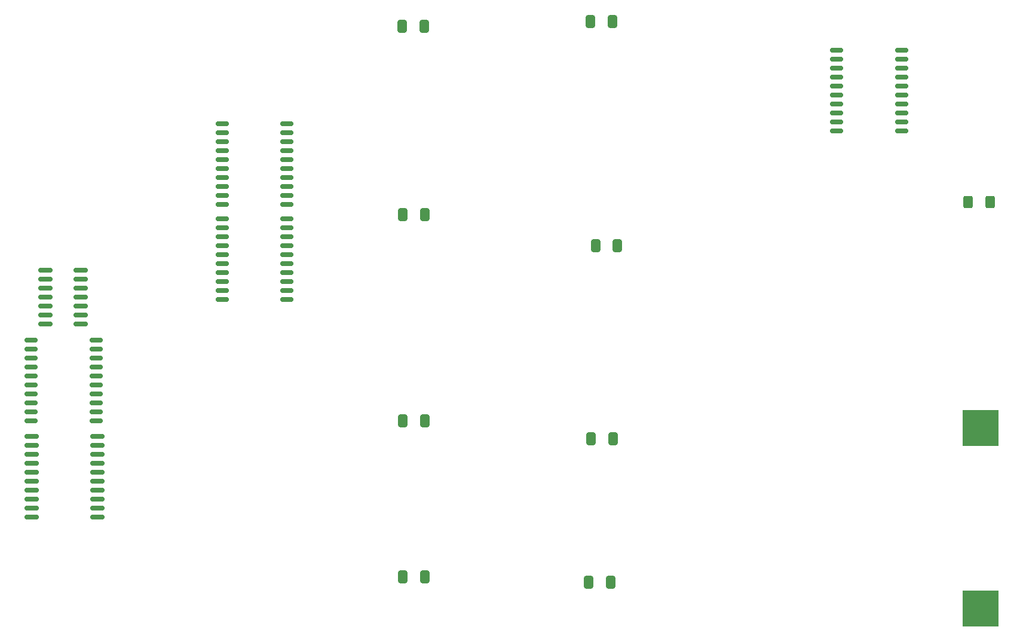
<source format=gbr>
G04 #@! TF.GenerationSoftware,KiCad,Pcbnew,8.0.9-8.0.9-0~ubuntu22.04.1*
G04 #@! TF.CreationDate,2025-03-29T10:12:52+01:00*
G04 #@! TF.ProjectId,CPU09RAM,43505530-3952-4414-9d2e-6b696361645f,rev?*
G04 #@! TF.SameCoordinates,Original*
G04 #@! TF.FileFunction,Paste,Bot*
G04 #@! TF.FilePolarity,Positive*
%FSLAX46Y46*%
G04 Gerber Fmt 4.6, Leading zero omitted, Abs format (unit mm)*
G04 Created by KiCad (PCBNEW 8.0.9-8.0.9-0~ubuntu22.04.1) date 2025-03-29 10:12:52*
%MOMM*%
%LPD*%
G01*
G04 APERTURE LIST*
G04 Aperture macros list*
%AMRoundRect*
0 Rectangle with rounded corners*
0 $1 Rounding radius*
0 $2 $3 $4 $5 $6 $7 $8 $9 X,Y pos of 4 corners*
0 Add a 4 corners polygon primitive as box body*
4,1,4,$2,$3,$4,$5,$6,$7,$8,$9,$2,$3,0*
0 Add four circle primitives for the rounded corners*
1,1,$1+$1,$2,$3*
1,1,$1+$1,$4,$5*
1,1,$1+$1,$6,$7*
1,1,$1+$1,$8,$9*
0 Add four rect primitives between the rounded corners*
20,1,$1+$1,$2,$3,$4,$5,0*
20,1,$1+$1,$4,$5,$6,$7,0*
20,1,$1+$1,$6,$7,$8,$9,0*
20,1,$1+$1,$8,$9,$2,$3,0*%
G04 Aperture macros list end*
%ADD10RoundRect,0.150000X0.800000X0.150000X-0.800000X0.150000X-0.800000X-0.150000X0.800000X-0.150000X0*%
%ADD11RoundRect,0.150000X0.875000X0.150000X-0.875000X0.150000X-0.875000X-0.150000X0.875000X-0.150000X0*%
%ADD12RoundRect,0.250000X-0.412500X-0.650000X0.412500X-0.650000X0.412500X0.650000X-0.412500X0.650000X0*%
%ADD13RoundRect,0.150000X-0.800000X-0.150000X0.800000X-0.150000X0.800000X0.150000X-0.800000X0.150000X0*%
%ADD14RoundRect,0.250000X0.400000X0.625000X-0.400000X0.625000X-0.400000X-0.625000X0.400000X-0.625000X0*%
%ADD15R,5.100000X5.100000*%
%ADD16RoundRect,0.150000X0.825000X0.150000X-0.825000X0.150000X-0.825000X-0.150000X0.825000X-0.150000X0*%
G04 APERTURE END LIST*
D10*
X84892000Y-105410000D03*
X84892000Y-106680000D03*
X84892000Y-107950000D03*
X84892000Y-109220000D03*
X84892000Y-110490000D03*
X84892000Y-111760000D03*
X84892000Y-113030000D03*
X84892000Y-114300000D03*
X84892000Y-115570000D03*
X84892000Y-116840000D03*
X75692000Y-116840000D03*
X75692000Y-115570000D03*
X75692000Y-114300000D03*
X75692000Y-113030000D03*
X75692000Y-111760000D03*
X75692000Y-110490000D03*
X75692000Y-109220000D03*
X75692000Y-107950000D03*
X75692000Y-106680000D03*
X75692000Y-105410000D03*
D11*
X85030598Y-119045828D03*
X85030598Y-120315828D03*
X85030598Y-121585828D03*
X85030598Y-122855828D03*
X85030598Y-124125828D03*
X85030598Y-125395828D03*
X85030598Y-126665828D03*
X85030598Y-127935828D03*
X85030598Y-129205828D03*
X85030598Y-130475828D03*
X75730598Y-130475828D03*
X75730598Y-129205828D03*
X75730598Y-127935828D03*
X75730598Y-126665828D03*
X75730598Y-125395828D03*
X75730598Y-124125828D03*
X75730598Y-122855828D03*
X75730598Y-121585828D03*
X75730598Y-120315828D03*
X75730598Y-119045828D03*
D12*
X154940000Y-60325000D03*
X158065000Y-60325000D03*
D13*
X102733624Y-86247398D03*
X102733624Y-84977398D03*
X102733624Y-83707398D03*
X102733624Y-82437398D03*
X102733624Y-81167398D03*
X102733624Y-79897398D03*
X102733624Y-78627398D03*
X102733624Y-77357398D03*
X102733624Y-76087398D03*
X102733624Y-74817398D03*
X111933624Y-74817398D03*
X111933624Y-76087398D03*
X111933624Y-77357398D03*
X111933624Y-78627398D03*
X111933624Y-79897398D03*
X111933624Y-81167398D03*
X111933624Y-82437398D03*
X111933624Y-83707398D03*
X111933624Y-84977398D03*
X111933624Y-86247398D03*
D14*
X211507000Y-85852000D03*
X208407000Y-85852000D03*
D12*
X154647500Y-139700000D03*
X157772500Y-139700000D03*
X154990000Y-119380000D03*
X158115000Y-119380000D03*
X128358500Y-138938000D03*
X131483500Y-138938000D03*
D13*
X102715000Y-99695000D03*
X102715000Y-98425000D03*
X102715000Y-97155000D03*
X102715000Y-95885000D03*
X102715000Y-94615000D03*
X102715000Y-93345000D03*
X102715000Y-92075000D03*
X102715000Y-90805000D03*
X102715000Y-89535000D03*
X102715000Y-88265000D03*
X111915000Y-88265000D03*
X111915000Y-89535000D03*
X111915000Y-90805000D03*
X111915000Y-92075000D03*
X111915000Y-93345000D03*
X111915000Y-94615000D03*
X111915000Y-95885000D03*
X111915000Y-97155000D03*
X111915000Y-98425000D03*
X111915000Y-99695000D03*
D15*
X210207244Y-143483000D03*
X210207244Y-117883000D03*
D12*
X128320000Y-116840000D03*
X131445000Y-116840000D03*
X155625000Y-92075000D03*
X158750000Y-92075000D03*
D10*
X199009000Y-64374000D03*
X199009000Y-65644000D03*
X199009000Y-66914000D03*
X199009000Y-68184000D03*
X199009000Y-69454000D03*
X199009000Y-70724000D03*
X199009000Y-71994000D03*
X199009000Y-73264000D03*
X199009000Y-74534000D03*
X199009000Y-75804000D03*
X189809000Y-75804000D03*
X189809000Y-74534000D03*
X189809000Y-73264000D03*
X189809000Y-71994000D03*
X189809000Y-70724000D03*
X189809000Y-69454000D03*
X189809000Y-68184000D03*
X189809000Y-66914000D03*
X189809000Y-65644000D03*
X189809000Y-64374000D03*
D12*
X128270000Y-60960000D03*
X131395000Y-60960000D03*
X128320000Y-87630000D03*
X131445000Y-87630000D03*
D16*
X82674000Y-95504000D03*
X82674000Y-96774000D03*
X82674000Y-98044000D03*
X82674000Y-99314000D03*
X82674000Y-100584000D03*
X82674000Y-101854000D03*
X82674000Y-103124000D03*
X77724000Y-103124000D03*
X77724000Y-101854000D03*
X77724000Y-100584000D03*
X77724000Y-99314000D03*
X77724000Y-98044000D03*
X77724000Y-96774000D03*
X77724000Y-95504000D03*
M02*

</source>
